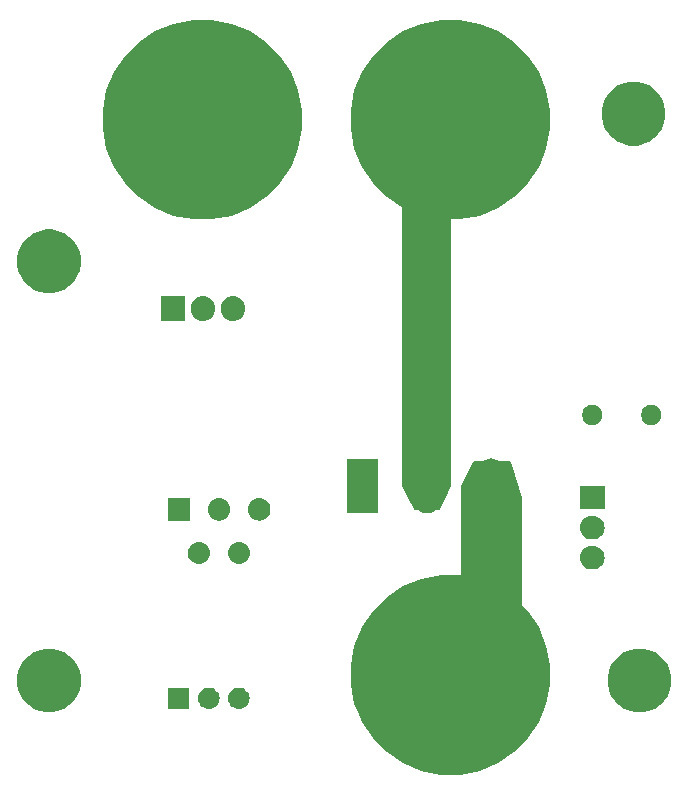
<source format=gbr>
G04 #@! TF.GenerationSoftware,KiCad,Pcbnew,(5.0.2)-1*
G04 #@! TF.CreationDate,2019-05-20T19:03:50+02:00*
G04 #@! TF.ProjectId,Carte commutation,43617274-6520-4636-9f6d-6d7574617469,rev?*
G04 #@! TF.SameCoordinates,Original*
G04 #@! TF.FileFunction,Soldermask,Bot*
G04 #@! TF.FilePolarity,Negative*
%FSLAX46Y46*%
G04 Gerber Fmt 4.6, Leading zero omitted, Abs format (unit mm)*
G04 Created by KiCad (PCBNEW (5.0.2)-1) date 20/05/2019 19:03:50*
%MOMM*%
%LPD*%
G01*
G04 APERTURE LIST*
%ADD10C,0.150000*%
%ADD11C,0.100000*%
G04 APERTURE END LIST*
D10*
G36*
X52500000Y-61500000D02*
X50500000Y-61500000D01*
X49500000Y-59500000D01*
X49500000Y-35500000D01*
X53500000Y-35500000D01*
X53500000Y-59500000D01*
X52500000Y-61500000D01*
G37*
X52500000Y-61500000D02*
X50500000Y-61500000D01*
X49500000Y-59500000D01*
X49500000Y-35500000D01*
X53500000Y-35500000D01*
X53500000Y-59500000D01*
X52500000Y-61500000D01*
G36*
X55500000Y-57500000D02*
X58500000Y-57500000D01*
X59500000Y-60500000D01*
X59500000Y-70500000D01*
X54500000Y-70500000D01*
X54500000Y-59500000D01*
X55500000Y-57500000D01*
G37*
X55500000Y-57500000D02*
X58500000Y-57500000D01*
X59500000Y-60500000D01*
X59500000Y-70500000D01*
X54500000Y-70500000D01*
X54500000Y-59500000D01*
X55500000Y-57500000D01*
D11*
G36*
X55965065Y-67373766D02*
X57503048Y-68010820D01*
X57503050Y-68010821D01*
X58887199Y-68935679D01*
X60064321Y-70112801D01*
X60989179Y-71496950D01*
X60989180Y-71496952D01*
X61626234Y-73034935D01*
X61951000Y-74667648D01*
X61951000Y-76332352D01*
X61626234Y-77965065D01*
X61321399Y-78701000D01*
X60989179Y-79503050D01*
X60064321Y-80887199D01*
X58887199Y-82064321D01*
X57503050Y-82989179D01*
X57503049Y-82989180D01*
X57503048Y-82989180D01*
X55965065Y-83626234D01*
X54332352Y-83951000D01*
X52667648Y-83951000D01*
X51034935Y-83626234D01*
X49496952Y-82989180D01*
X49496951Y-82989180D01*
X49496950Y-82989179D01*
X48112801Y-82064321D01*
X46935679Y-80887199D01*
X46010821Y-79503050D01*
X45678601Y-78701000D01*
X45373766Y-77965065D01*
X45049000Y-76332352D01*
X45049000Y-74667648D01*
X45373766Y-73034935D01*
X46010820Y-71496952D01*
X46010821Y-71496950D01*
X46935679Y-70112801D01*
X48112801Y-68935679D01*
X49496950Y-68010821D01*
X49496952Y-68010820D01*
X51034935Y-67373766D01*
X52667648Y-67049000D01*
X54332352Y-67049000D01*
X55965065Y-67373766D01*
X55965065Y-67373766D01*
G37*
G36*
X70287850Y-73402797D02*
X70287852Y-73402798D01*
X70287853Y-73402798D01*
X70469430Y-73478010D01*
X70779404Y-73606405D01*
X71221790Y-73901998D01*
X71598002Y-74278210D01*
X71893595Y-74720596D01*
X72097203Y-75212150D01*
X72201000Y-75733973D01*
X72201000Y-76266027D01*
X72097203Y-76787850D01*
X71893595Y-77279404D01*
X71598002Y-77721790D01*
X71221790Y-78098002D01*
X70779404Y-78393595D01*
X70469430Y-78521990D01*
X70287853Y-78597202D01*
X70287852Y-78597202D01*
X70287850Y-78597203D01*
X69766027Y-78701000D01*
X69233973Y-78701000D01*
X68712150Y-78597203D01*
X68712148Y-78597202D01*
X68712147Y-78597202D01*
X68530570Y-78521990D01*
X68220596Y-78393595D01*
X67778210Y-78098002D01*
X67401998Y-77721790D01*
X67106405Y-77279404D01*
X66902797Y-76787850D01*
X66799000Y-76266027D01*
X66799000Y-75733973D01*
X66902797Y-75212150D01*
X67106405Y-74720596D01*
X67401998Y-74278210D01*
X67778210Y-73901998D01*
X68220596Y-73606405D01*
X68530570Y-73478010D01*
X68712147Y-73402798D01*
X68712148Y-73402798D01*
X68712150Y-73402797D01*
X69233973Y-73299000D01*
X69766027Y-73299000D01*
X70287850Y-73402797D01*
X70287850Y-73402797D01*
G37*
G36*
X20287850Y-73402797D02*
X20287852Y-73402798D01*
X20287853Y-73402798D01*
X20469430Y-73478010D01*
X20779404Y-73606405D01*
X21221790Y-73901998D01*
X21598002Y-74278210D01*
X21893595Y-74720596D01*
X22097203Y-75212150D01*
X22201000Y-75733973D01*
X22201000Y-76266027D01*
X22097203Y-76787850D01*
X21893595Y-77279404D01*
X21598002Y-77721790D01*
X21221790Y-78098002D01*
X20779404Y-78393595D01*
X20469430Y-78521990D01*
X20287853Y-78597202D01*
X20287852Y-78597202D01*
X20287850Y-78597203D01*
X19766027Y-78701000D01*
X19233973Y-78701000D01*
X18712150Y-78597203D01*
X18712148Y-78597202D01*
X18712147Y-78597202D01*
X18530570Y-78521990D01*
X18220596Y-78393595D01*
X17778210Y-78098002D01*
X17401998Y-77721790D01*
X17106405Y-77279404D01*
X16902797Y-76787850D01*
X16799000Y-76266027D01*
X16799000Y-75733973D01*
X16902797Y-75212150D01*
X17106405Y-74720596D01*
X17401998Y-74278210D01*
X17778210Y-73901998D01*
X18220596Y-73606405D01*
X18530570Y-73478010D01*
X18712147Y-73402798D01*
X18712148Y-73402798D01*
X18712150Y-73402797D01*
X19233973Y-73299000D01*
X19766027Y-73299000D01*
X20287850Y-73402797D01*
X20287850Y-73402797D01*
G37*
G36*
X35690442Y-76605518D02*
X35756627Y-76612037D01*
X35869853Y-76646384D01*
X35926467Y-76663557D01*
X36065087Y-76737652D01*
X36082991Y-76747222D01*
X36118729Y-76776552D01*
X36220186Y-76859814D01*
X36303448Y-76961271D01*
X36332778Y-76997009D01*
X36332779Y-76997011D01*
X36416443Y-77153533D01*
X36416443Y-77153534D01*
X36467963Y-77323373D01*
X36485359Y-77500000D01*
X36467963Y-77676627D01*
X36454264Y-77721787D01*
X36416443Y-77846467D01*
X36342348Y-77985087D01*
X36332778Y-78002991D01*
X36303448Y-78038729D01*
X36220186Y-78140186D01*
X36118729Y-78223448D01*
X36082991Y-78252778D01*
X36082989Y-78252779D01*
X35926467Y-78336443D01*
X35869853Y-78353616D01*
X35756627Y-78387963D01*
X35699443Y-78393595D01*
X35624260Y-78401000D01*
X35535740Y-78401000D01*
X35460557Y-78393595D01*
X35403373Y-78387963D01*
X35290147Y-78353616D01*
X35233533Y-78336443D01*
X35077011Y-78252779D01*
X35077009Y-78252778D01*
X35041271Y-78223448D01*
X34939814Y-78140186D01*
X34856552Y-78038729D01*
X34827222Y-78002991D01*
X34817652Y-77985087D01*
X34743557Y-77846467D01*
X34705736Y-77721787D01*
X34692037Y-77676627D01*
X34674641Y-77500000D01*
X34692037Y-77323373D01*
X34743557Y-77153534D01*
X34743557Y-77153533D01*
X34827221Y-76997011D01*
X34827222Y-76997009D01*
X34856552Y-76961271D01*
X34939814Y-76859814D01*
X35041271Y-76776552D01*
X35077009Y-76747222D01*
X35094913Y-76737652D01*
X35233533Y-76663557D01*
X35290147Y-76646384D01*
X35403373Y-76612037D01*
X35469558Y-76605518D01*
X35535740Y-76599000D01*
X35624260Y-76599000D01*
X35690442Y-76605518D01*
X35690442Y-76605518D01*
G37*
G36*
X33150442Y-76605518D02*
X33216627Y-76612037D01*
X33329853Y-76646384D01*
X33386467Y-76663557D01*
X33525087Y-76737652D01*
X33542991Y-76747222D01*
X33578729Y-76776552D01*
X33680186Y-76859814D01*
X33763448Y-76961271D01*
X33792778Y-76997009D01*
X33792779Y-76997011D01*
X33876443Y-77153533D01*
X33876443Y-77153534D01*
X33927963Y-77323373D01*
X33945359Y-77500000D01*
X33927963Y-77676627D01*
X33914264Y-77721787D01*
X33876443Y-77846467D01*
X33802348Y-77985087D01*
X33792778Y-78002991D01*
X33763448Y-78038729D01*
X33680186Y-78140186D01*
X33578729Y-78223448D01*
X33542991Y-78252778D01*
X33542989Y-78252779D01*
X33386467Y-78336443D01*
X33329853Y-78353616D01*
X33216627Y-78387963D01*
X33159443Y-78393595D01*
X33084260Y-78401000D01*
X32995740Y-78401000D01*
X32920557Y-78393595D01*
X32863373Y-78387963D01*
X32750147Y-78353616D01*
X32693533Y-78336443D01*
X32537011Y-78252779D01*
X32537009Y-78252778D01*
X32501271Y-78223448D01*
X32399814Y-78140186D01*
X32316552Y-78038729D01*
X32287222Y-78002991D01*
X32277652Y-77985087D01*
X32203557Y-77846467D01*
X32165736Y-77721787D01*
X32152037Y-77676627D01*
X32134641Y-77500000D01*
X32152037Y-77323373D01*
X32203557Y-77153534D01*
X32203557Y-77153533D01*
X32287221Y-76997011D01*
X32287222Y-76997009D01*
X32316552Y-76961271D01*
X32399814Y-76859814D01*
X32501271Y-76776552D01*
X32537009Y-76747222D01*
X32554913Y-76737652D01*
X32693533Y-76663557D01*
X32750147Y-76646384D01*
X32863373Y-76612037D01*
X32929558Y-76605518D01*
X32995740Y-76599000D01*
X33084260Y-76599000D01*
X33150442Y-76605518D01*
X33150442Y-76605518D01*
G37*
G36*
X31401000Y-78401000D02*
X29599000Y-78401000D01*
X29599000Y-76599000D01*
X31401000Y-76599000D01*
X31401000Y-78401000D01*
X31401000Y-78401000D01*
G37*
G36*
X65655764Y-64582308D02*
X65744220Y-64591020D01*
X65933381Y-64648401D01*
X66107712Y-64741583D01*
X66260515Y-64866985D01*
X66385917Y-65019788D01*
X66479099Y-65194119D01*
X66536480Y-65383280D01*
X66555855Y-65580000D01*
X66536480Y-65776720D01*
X66479099Y-65965881D01*
X66385917Y-66140212D01*
X66260515Y-66293015D01*
X66107712Y-66418417D01*
X65933381Y-66511599D01*
X65744220Y-66568980D01*
X65655764Y-66577692D01*
X65596796Y-66583500D01*
X65403204Y-66583500D01*
X65344236Y-66577692D01*
X65255780Y-66568980D01*
X65066619Y-66511599D01*
X64892288Y-66418417D01*
X64739485Y-66293015D01*
X64614083Y-66140212D01*
X64520901Y-65965881D01*
X64463520Y-65776720D01*
X64444145Y-65580000D01*
X64463520Y-65383280D01*
X64520901Y-65194119D01*
X64614083Y-65019788D01*
X64739485Y-64866985D01*
X64892288Y-64741583D01*
X65066619Y-64648401D01*
X65255780Y-64591020D01*
X65344236Y-64582308D01*
X65403204Y-64576500D01*
X65596796Y-64576500D01*
X65655764Y-64582308D01*
X65655764Y-64582308D01*
G37*
G36*
X32386425Y-64262760D02*
X32386428Y-64262761D01*
X32386429Y-64262761D01*
X32565693Y-64317140D01*
X32565695Y-64317141D01*
X32730905Y-64405448D01*
X32875712Y-64524288D01*
X32994552Y-64669095D01*
X32994553Y-64669097D01*
X33082860Y-64834307D01*
X33137239Y-65013571D01*
X33137240Y-65013575D01*
X33155601Y-65200000D01*
X33137240Y-65386425D01*
X33082859Y-65565695D01*
X32994552Y-65730905D01*
X32875712Y-65875712D01*
X32730905Y-65994552D01*
X32730903Y-65994553D01*
X32565693Y-66082860D01*
X32386429Y-66137239D01*
X32386428Y-66137239D01*
X32386425Y-66137240D01*
X32246718Y-66151000D01*
X32153282Y-66151000D01*
X32013575Y-66137240D01*
X32013572Y-66137239D01*
X32013571Y-66137239D01*
X31834307Y-66082860D01*
X31669097Y-65994553D01*
X31669095Y-65994552D01*
X31524288Y-65875712D01*
X31405448Y-65730905D01*
X31317141Y-65565695D01*
X31262760Y-65386425D01*
X31244399Y-65200000D01*
X31262760Y-65013575D01*
X31262761Y-65013571D01*
X31317140Y-64834307D01*
X31405447Y-64669097D01*
X31405448Y-64669095D01*
X31524288Y-64524288D01*
X31669095Y-64405448D01*
X31834305Y-64317141D01*
X31834307Y-64317140D01*
X32013571Y-64262761D01*
X32013572Y-64262761D01*
X32013575Y-64262760D01*
X32153282Y-64249000D01*
X32246718Y-64249000D01*
X32386425Y-64262760D01*
X32386425Y-64262760D01*
G37*
G36*
X35786425Y-64262760D02*
X35786428Y-64262761D01*
X35786429Y-64262761D01*
X35965693Y-64317140D01*
X35965695Y-64317141D01*
X36130905Y-64405448D01*
X36275712Y-64524288D01*
X36394552Y-64669095D01*
X36394553Y-64669097D01*
X36482860Y-64834307D01*
X36537239Y-65013571D01*
X36537240Y-65013575D01*
X36555601Y-65200000D01*
X36537240Y-65386425D01*
X36482859Y-65565695D01*
X36394552Y-65730905D01*
X36275712Y-65875712D01*
X36130905Y-65994552D01*
X36130903Y-65994553D01*
X35965693Y-66082860D01*
X35786429Y-66137239D01*
X35786428Y-66137239D01*
X35786425Y-66137240D01*
X35646718Y-66151000D01*
X35553282Y-66151000D01*
X35413575Y-66137240D01*
X35413572Y-66137239D01*
X35413571Y-66137239D01*
X35234307Y-66082860D01*
X35069097Y-65994553D01*
X35069095Y-65994552D01*
X34924288Y-65875712D01*
X34805448Y-65730905D01*
X34717141Y-65565695D01*
X34662760Y-65386425D01*
X34644399Y-65200000D01*
X34662760Y-65013575D01*
X34662761Y-65013571D01*
X34717140Y-64834307D01*
X34805447Y-64669097D01*
X34805448Y-64669095D01*
X34924288Y-64524288D01*
X35069095Y-64405448D01*
X35234305Y-64317141D01*
X35234307Y-64317140D01*
X35413571Y-64262761D01*
X35413572Y-64262761D01*
X35413575Y-64262760D01*
X35553282Y-64249000D01*
X35646718Y-64249000D01*
X35786425Y-64262760D01*
X35786425Y-64262760D01*
G37*
G36*
X65655764Y-62042308D02*
X65744220Y-62051020D01*
X65933381Y-62108401D01*
X66107712Y-62201583D01*
X66260515Y-62326985D01*
X66385917Y-62479788D01*
X66479099Y-62654119D01*
X66536480Y-62843280D01*
X66555855Y-63040000D01*
X66536480Y-63236720D01*
X66479099Y-63425881D01*
X66385917Y-63600212D01*
X66260515Y-63753015D01*
X66107712Y-63878417D01*
X65933381Y-63971599D01*
X65744220Y-64028980D01*
X65655764Y-64037692D01*
X65596796Y-64043500D01*
X65403204Y-64043500D01*
X65344236Y-64037692D01*
X65255780Y-64028980D01*
X65066619Y-63971599D01*
X64892288Y-63878417D01*
X64739485Y-63753015D01*
X64614083Y-63600212D01*
X64520901Y-63425881D01*
X64463520Y-63236720D01*
X64444145Y-63040000D01*
X64463520Y-62843280D01*
X64520901Y-62654119D01*
X64614083Y-62479788D01*
X64739485Y-62326985D01*
X64892288Y-62201583D01*
X65066619Y-62108401D01*
X65255780Y-62051020D01*
X65344236Y-62042308D01*
X65403204Y-62036500D01*
X65596796Y-62036500D01*
X65655764Y-62042308D01*
X65655764Y-62042308D01*
G37*
G36*
X37486425Y-60562760D02*
X37486428Y-60562761D01*
X37486429Y-60562761D01*
X37665693Y-60617140D01*
X37665695Y-60617141D01*
X37830905Y-60705448D01*
X37975712Y-60824288D01*
X38094552Y-60969095D01*
X38182859Y-61134305D01*
X38237240Y-61313575D01*
X38255601Y-61500000D01*
X38237240Y-61686425D01*
X38237239Y-61686428D01*
X38237239Y-61686429D01*
X38230762Y-61707782D01*
X38182859Y-61865695D01*
X38094552Y-62030905D01*
X37975712Y-62175712D01*
X37830905Y-62294552D01*
X37830903Y-62294553D01*
X37665693Y-62382860D01*
X37486429Y-62437239D01*
X37486428Y-62437239D01*
X37486425Y-62437240D01*
X37346718Y-62451000D01*
X37253282Y-62451000D01*
X37113575Y-62437240D01*
X37113572Y-62437239D01*
X37113571Y-62437239D01*
X36934307Y-62382860D01*
X36769097Y-62294553D01*
X36769095Y-62294552D01*
X36624288Y-62175712D01*
X36505448Y-62030905D01*
X36417141Y-61865695D01*
X36369239Y-61707782D01*
X36362761Y-61686429D01*
X36362761Y-61686428D01*
X36362760Y-61686425D01*
X36344399Y-61500000D01*
X36362760Y-61313575D01*
X36417141Y-61134305D01*
X36505448Y-60969095D01*
X36624288Y-60824288D01*
X36769095Y-60705448D01*
X36934305Y-60617141D01*
X36934307Y-60617140D01*
X37113571Y-60562761D01*
X37113572Y-60562761D01*
X37113575Y-60562760D01*
X37253282Y-60549000D01*
X37346718Y-60549000D01*
X37486425Y-60562760D01*
X37486425Y-60562760D01*
G37*
G36*
X34086425Y-60562760D02*
X34086428Y-60562761D01*
X34086429Y-60562761D01*
X34265693Y-60617140D01*
X34265695Y-60617141D01*
X34430905Y-60705448D01*
X34575712Y-60824288D01*
X34694552Y-60969095D01*
X34782859Y-61134305D01*
X34837240Y-61313575D01*
X34855601Y-61500000D01*
X34837240Y-61686425D01*
X34837239Y-61686428D01*
X34837239Y-61686429D01*
X34830762Y-61707782D01*
X34782859Y-61865695D01*
X34694552Y-62030905D01*
X34575712Y-62175712D01*
X34430905Y-62294552D01*
X34430903Y-62294553D01*
X34265693Y-62382860D01*
X34086429Y-62437239D01*
X34086428Y-62437239D01*
X34086425Y-62437240D01*
X33946718Y-62451000D01*
X33853282Y-62451000D01*
X33713575Y-62437240D01*
X33713572Y-62437239D01*
X33713571Y-62437239D01*
X33534307Y-62382860D01*
X33369097Y-62294553D01*
X33369095Y-62294552D01*
X33224288Y-62175712D01*
X33105448Y-62030905D01*
X33017141Y-61865695D01*
X32969239Y-61707782D01*
X32962761Y-61686429D01*
X32962761Y-61686428D01*
X32962760Y-61686425D01*
X32944399Y-61500000D01*
X32962760Y-61313575D01*
X33017141Y-61134305D01*
X33105448Y-60969095D01*
X33224288Y-60824288D01*
X33369095Y-60705448D01*
X33534305Y-60617141D01*
X33534307Y-60617140D01*
X33713571Y-60562761D01*
X33713572Y-60562761D01*
X33713575Y-60562760D01*
X33853282Y-60549000D01*
X33946718Y-60549000D01*
X34086425Y-60562760D01*
X34086425Y-60562760D01*
G37*
G36*
X31451000Y-62451000D02*
X29549000Y-62451000D01*
X29549000Y-60549000D01*
X31451000Y-60549000D01*
X31451000Y-62451000D01*
X31451000Y-62451000D01*
G37*
G36*
X51755039Y-57217825D02*
X52000279Y-57292218D01*
X52000281Y-57292219D01*
X52226295Y-57413026D01*
X52424396Y-57575603D01*
X52557821Y-57738182D01*
X52586975Y-57773706D01*
X52707782Y-57999720D01*
X52782175Y-58244960D01*
X52801000Y-58436095D01*
X52801000Y-60563905D01*
X52782175Y-60755040D01*
X52717241Y-60969097D01*
X52707781Y-61000282D01*
X52586974Y-61226296D01*
X52424397Y-61424397D01*
X52226296Y-61586974D01*
X52226294Y-61586975D01*
X52000280Y-61707782D01*
X51755040Y-61782175D01*
X51500000Y-61807294D01*
X51244961Y-61782175D01*
X50999721Y-61707782D01*
X50773707Y-61586975D01*
X50773705Y-61586974D01*
X50575604Y-61424397D01*
X50413027Y-61226296D01*
X50292220Y-61000282D01*
X50282760Y-60969097D01*
X50217826Y-60755040D01*
X50199001Y-60563905D01*
X50199000Y-58436096D01*
X50217825Y-58244961D01*
X50292218Y-57999721D01*
X50413025Y-57773707D01*
X50413026Y-57773705D01*
X50575603Y-57575604D01*
X50773705Y-57413026D01*
X50773704Y-57413026D01*
X50773706Y-57413025D01*
X50999720Y-57292218D01*
X51244960Y-57217825D01*
X51500000Y-57192706D01*
X51755039Y-57217825D01*
X51755039Y-57217825D01*
G37*
G36*
X57205039Y-57217825D02*
X57450279Y-57292218D01*
X57450281Y-57292219D01*
X57676295Y-57413026D01*
X57874396Y-57575603D01*
X58007821Y-57738182D01*
X58036975Y-57773706D01*
X58157782Y-57999720D01*
X58232175Y-58244960D01*
X58251000Y-58436095D01*
X58251000Y-60563905D01*
X58232175Y-60755040D01*
X58167241Y-60969097D01*
X58157781Y-61000282D01*
X58036974Y-61226296D01*
X57874397Y-61424397D01*
X57676296Y-61586974D01*
X57676294Y-61586975D01*
X57450280Y-61707782D01*
X57205040Y-61782175D01*
X56950000Y-61807294D01*
X56694961Y-61782175D01*
X56449721Y-61707782D01*
X56223707Y-61586975D01*
X56223705Y-61586974D01*
X56025604Y-61424397D01*
X55863027Y-61226296D01*
X55742220Y-61000282D01*
X55732760Y-60969097D01*
X55667826Y-60755040D01*
X55649001Y-60563905D01*
X55649000Y-58436096D01*
X55667825Y-58244961D01*
X55742218Y-57999721D01*
X55863025Y-57773707D01*
X55863026Y-57773705D01*
X56025603Y-57575604D01*
X56223705Y-57413026D01*
X56223704Y-57413026D01*
X56223706Y-57413025D01*
X56449720Y-57292218D01*
X56694960Y-57217825D01*
X56950000Y-57192706D01*
X57205039Y-57217825D01*
X57205039Y-57217825D01*
G37*
G36*
X47351000Y-61801000D02*
X44749000Y-61801000D01*
X44749000Y-57199000D01*
X47351000Y-57199000D01*
X47351000Y-61801000D01*
X47351000Y-61801000D01*
G37*
G36*
X66551000Y-61503500D02*
X64449000Y-61503500D01*
X64449000Y-59496500D01*
X66551000Y-59496500D01*
X66551000Y-61503500D01*
X66551000Y-61503500D01*
G37*
G36*
X70748228Y-52681703D02*
X70903100Y-52745853D01*
X71042481Y-52838985D01*
X71161015Y-52957519D01*
X71254147Y-53096900D01*
X71318297Y-53251772D01*
X71351000Y-53416184D01*
X71351000Y-53583816D01*
X71318297Y-53748228D01*
X71254147Y-53903100D01*
X71161015Y-54042481D01*
X71042481Y-54161015D01*
X70903100Y-54254147D01*
X70748228Y-54318297D01*
X70583816Y-54351000D01*
X70416184Y-54351000D01*
X70251772Y-54318297D01*
X70096900Y-54254147D01*
X69957519Y-54161015D01*
X69838985Y-54042481D01*
X69745853Y-53903100D01*
X69681703Y-53748228D01*
X69649000Y-53583816D01*
X69649000Y-53416184D01*
X69681703Y-53251772D01*
X69745853Y-53096900D01*
X69838985Y-52957519D01*
X69957519Y-52838985D01*
X70096900Y-52745853D01*
X70251772Y-52681703D01*
X70416184Y-52649000D01*
X70583816Y-52649000D01*
X70748228Y-52681703D01*
X70748228Y-52681703D01*
G37*
G36*
X65748228Y-52681703D02*
X65903100Y-52745853D01*
X66042481Y-52838985D01*
X66161015Y-52957519D01*
X66254147Y-53096900D01*
X66318297Y-53251772D01*
X66351000Y-53416184D01*
X66351000Y-53583816D01*
X66318297Y-53748228D01*
X66254147Y-53903100D01*
X66161015Y-54042481D01*
X66042481Y-54161015D01*
X65903100Y-54254147D01*
X65748228Y-54318297D01*
X65583816Y-54351000D01*
X65416184Y-54351000D01*
X65251772Y-54318297D01*
X65096900Y-54254147D01*
X64957519Y-54161015D01*
X64838985Y-54042481D01*
X64745853Y-53903100D01*
X64681703Y-53748228D01*
X64649000Y-53583816D01*
X64649000Y-53416184D01*
X64681703Y-53251772D01*
X64745853Y-53096900D01*
X64838985Y-52957519D01*
X64957519Y-52838985D01*
X65096900Y-52745853D01*
X65251772Y-52681703D01*
X65416184Y-52649000D01*
X65583816Y-52649000D01*
X65748228Y-52681703D01*
X65748228Y-52681703D01*
G37*
G36*
X32736719Y-43463520D02*
X32925880Y-43520901D01*
X33100212Y-43614083D01*
X33253015Y-43739485D01*
X33378417Y-43892288D01*
X33471599Y-44066619D01*
X33528980Y-44255780D01*
X33543500Y-44403206D01*
X33543500Y-44596793D01*
X33528980Y-44744219D01*
X33471599Y-44933380D01*
X33378417Y-45107712D01*
X33253015Y-45260515D01*
X33100212Y-45385917D01*
X32925881Y-45479099D01*
X32736720Y-45536480D01*
X32540000Y-45555855D01*
X32343281Y-45536480D01*
X32154120Y-45479099D01*
X31979788Y-45385917D01*
X31826985Y-45260515D01*
X31701583Y-45107712D01*
X31608401Y-44933381D01*
X31551020Y-44744220D01*
X31536500Y-44596794D01*
X31536500Y-44403207D01*
X31551020Y-44255781D01*
X31608401Y-44066620D01*
X31701583Y-43892288D01*
X31826985Y-43739485D01*
X31979788Y-43614083D01*
X32154119Y-43520901D01*
X32343280Y-43463520D01*
X32540000Y-43444145D01*
X32736719Y-43463520D01*
X32736719Y-43463520D01*
G37*
G36*
X35276719Y-43463520D02*
X35465880Y-43520901D01*
X35640212Y-43614083D01*
X35793015Y-43739485D01*
X35918417Y-43892288D01*
X36011599Y-44066619D01*
X36068980Y-44255780D01*
X36083500Y-44403206D01*
X36083500Y-44596793D01*
X36068980Y-44744219D01*
X36011599Y-44933380D01*
X35918417Y-45107712D01*
X35793015Y-45260515D01*
X35640212Y-45385917D01*
X35465881Y-45479099D01*
X35276720Y-45536480D01*
X35080000Y-45555855D01*
X34883281Y-45536480D01*
X34694120Y-45479099D01*
X34519788Y-45385917D01*
X34366985Y-45260515D01*
X34241583Y-45107712D01*
X34148401Y-44933381D01*
X34091020Y-44744220D01*
X34076500Y-44596794D01*
X34076500Y-44403207D01*
X34091020Y-44255781D01*
X34148401Y-44066620D01*
X34241583Y-43892288D01*
X34366985Y-43739485D01*
X34519788Y-43614083D01*
X34694119Y-43520901D01*
X34883280Y-43463520D01*
X35080000Y-43444145D01*
X35276719Y-43463520D01*
X35276719Y-43463520D01*
G37*
G36*
X31003500Y-45551000D02*
X28996500Y-45551000D01*
X28996500Y-43449000D01*
X31003500Y-43449000D01*
X31003500Y-45551000D01*
X31003500Y-45551000D01*
G37*
G36*
X20287850Y-37902797D02*
X20287852Y-37902798D01*
X20287853Y-37902798D01*
X20469430Y-37978010D01*
X20779404Y-38106405D01*
X21221790Y-38401998D01*
X21598002Y-38778210D01*
X21893595Y-39220596D01*
X22097203Y-39712150D01*
X22201000Y-40233973D01*
X22201000Y-40766027D01*
X22097203Y-41287850D01*
X21893595Y-41779404D01*
X21598002Y-42221790D01*
X21221790Y-42598002D01*
X20779404Y-42893595D01*
X20469430Y-43021990D01*
X20287853Y-43097202D01*
X20287852Y-43097202D01*
X20287850Y-43097203D01*
X19766027Y-43201000D01*
X19233973Y-43201000D01*
X18712150Y-43097203D01*
X18712148Y-43097202D01*
X18712147Y-43097202D01*
X18530570Y-43021990D01*
X18220596Y-42893595D01*
X17778210Y-42598002D01*
X17401998Y-42221790D01*
X17106405Y-41779404D01*
X16902797Y-41287850D01*
X16799000Y-40766027D01*
X16799000Y-40233973D01*
X16902797Y-39712150D01*
X17106405Y-39220596D01*
X17401998Y-38778210D01*
X17778210Y-38401998D01*
X18220596Y-38106405D01*
X18530570Y-37978010D01*
X18712147Y-37902798D01*
X18712148Y-37902798D01*
X18712150Y-37902797D01*
X19233973Y-37799000D01*
X19766027Y-37799000D01*
X20287850Y-37902797D01*
X20287850Y-37902797D01*
G37*
G36*
X55965065Y-20373766D02*
X57503048Y-21010820D01*
X57503050Y-21010821D01*
X58887199Y-21935679D01*
X60064321Y-23112801D01*
X60989179Y-24496950D01*
X60989180Y-24496952D01*
X61626234Y-26034935D01*
X61951000Y-27667648D01*
X61951000Y-29332352D01*
X61626234Y-30965065D01*
X61051012Y-32353773D01*
X60989179Y-32503050D01*
X60064321Y-33887199D01*
X58887199Y-35064321D01*
X57503050Y-35989179D01*
X57503049Y-35989180D01*
X57503048Y-35989180D01*
X55965065Y-36626234D01*
X54332352Y-36951000D01*
X52667648Y-36951000D01*
X51034935Y-36626234D01*
X49496952Y-35989180D01*
X49496951Y-35989180D01*
X49496950Y-35989179D01*
X48112801Y-35064321D01*
X46935679Y-33887199D01*
X46010821Y-32503050D01*
X45948988Y-32353773D01*
X45373766Y-30965065D01*
X45049000Y-29332352D01*
X45049000Y-27667648D01*
X45373766Y-26034935D01*
X46010820Y-24496952D01*
X46010821Y-24496950D01*
X46935679Y-23112801D01*
X48112801Y-21935679D01*
X49496950Y-21010821D01*
X49496952Y-21010820D01*
X51034935Y-20373766D01*
X52667648Y-20049000D01*
X54332352Y-20049000D01*
X55965065Y-20373766D01*
X55965065Y-20373766D01*
G37*
G36*
X34965065Y-20373766D02*
X36503048Y-21010820D01*
X36503050Y-21010821D01*
X37887199Y-21935679D01*
X39064321Y-23112801D01*
X39989179Y-24496950D01*
X39989180Y-24496952D01*
X40626234Y-26034935D01*
X40951000Y-27667648D01*
X40951000Y-29332352D01*
X40626234Y-30965065D01*
X40051012Y-32353773D01*
X39989179Y-32503050D01*
X39064321Y-33887199D01*
X37887199Y-35064321D01*
X36503050Y-35989179D01*
X36503049Y-35989180D01*
X36503048Y-35989180D01*
X34965065Y-36626234D01*
X33332352Y-36951000D01*
X31667648Y-36951000D01*
X30034935Y-36626234D01*
X28496952Y-35989180D01*
X28496951Y-35989180D01*
X28496950Y-35989179D01*
X27112801Y-35064321D01*
X25935679Y-33887199D01*
X25010821Y-32503050D01*
X24948988Y-32353773D01*
X24373766Y-30965065D01*
X24049000Y-29332352D01*
X24049000Y-27667648D01*
X24373766Y-26034935D01*
X25010820Y-24496952D01*
X25010821Y-24496950D01*
X25935679Y-23112801D01*
X27112801Y-21935679D01*
X28496950Y-21010821D01*
X28496952Y-21010820D01*
X30034935Y-20373766D01*
X31667648Y-20049000D01*
X33332352Y-20049000D01*
X34965065Y-20373766D01*
X34965065Y-20373766D01*
G37*
G36*
X69787850Y-25402797D02*
X69787852Y-25402798D01*
X69787853Y-25402798D01*
X69969430Y-25478010D01*
X70279404Y-25606405D01*
X70721790Y-25901998D01*
X71098002Y-26278210D01*
X71393595Y-26720596D01*
X71597203Y-27212150D01*
X71701000Y-27733973D01*
X71701000Y-28266027D01*
X71597203Y-28787850D01*
X71393595Y-29279404D01*
X71098002Y-29721790D01*
X70721790Y-30098002D01*
X70279404Y-30393595D01*
X69969430Y-30521990D01*
X69787853Y-30597202D01*
X69787852Y-30597202D01*
X69787850Y-30597203D01*
X69266027Y-30701000D01*
X68733973Y-30701000D01*
X68212150Y-30597203D01*
X68212148Y-30597202D01*
X68212147Y-30597202D01*
X68030570Y-30521990D01*
X67720596Y-30393595D01*
X67278210Y-30098002D01*
X66901998Y-29721790D01*
X66606405Y-29279404D01*
X66402797Y-28787850D01*
X66299000Y-28266027D01*
X66299000Y-27733973D01*
X66402797Y-27212150D01*
X66606405Y-26720596D01*
X66901998Y-26278210D01*
X67278210Y-25901998D01*
X67720596Y-25606405D01*
X68030570Y-25478010D01*
X68212147Y-25402798D01*
X68212148Y-25402798D01*
X68212150Y-25402797D01*
X68733973Y-25299000D01*
X69266027Y-25299000D01*
X69787850Y-25402797D01*
X69787850Y-25402797D01*
G37*
M02*

</source>
